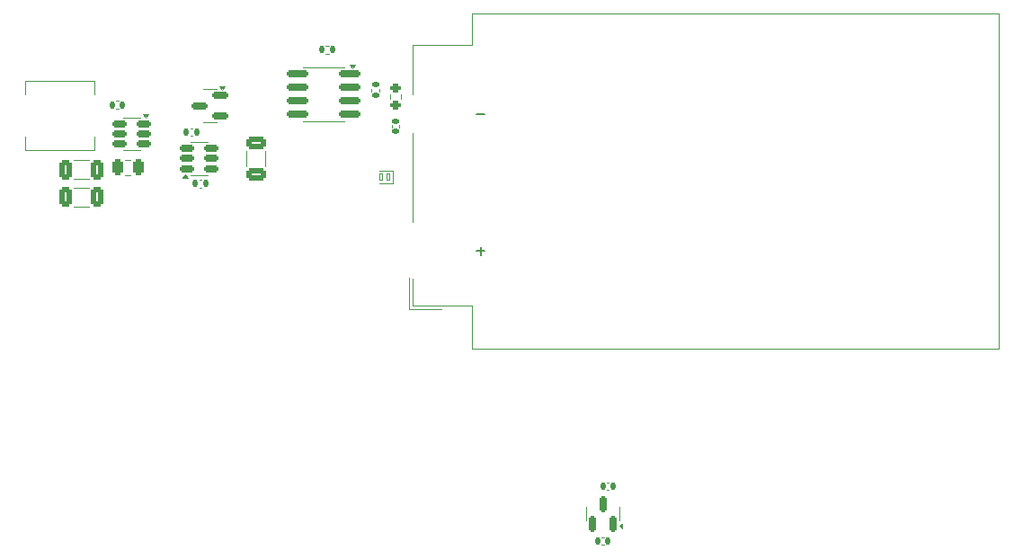
<source format=gbr>
%TF.GenerationSoftware,KiCad,Pcbnew,8.0.5*%
%TF.CreationDate,2025-03-17T23:34:24-04:00*%
%TF.ProjectId,Remote_Controller,52656d6f-7465-45f4-936f-6e74726f6c6c,rev?*%
%TF.SameCoordinates,Original*%
%TF.FileFunction,Legend,Bot*%
%TF.FilePolarity,Positive*%
%FSLAX46Y46*%
G04 Gerber Fmt 4.6, Leading zero omitted, Abs format (unit mm)*
G04 Created by KiCad (PCBNEW 8.0.5) date 2025-03-17 23:34:24*
%MOMM*%
%LPD*%
G01*
G04 APERTURE LIST*
G04 Aperture macros list*
%AMRoundRect*
0 Rectangle with rounded corners*
0 $1 Rounding radius*
0 $2 $3 $4 $5 $6 $7 $8 $9 X,Y pos of 4 corners*
0 Add a 4 corners polygon primitive as box body*
4,1,4,$2,$3,$4,$5,$6,$7,$8,$9,$2,$3,0*
0 Add four circle primitives for the rounded corners*
1,1,$1+$1,$2,$3*
1,1,$1+$1,$4,$5*
1,1,$1+$1,$6,$7*
1,1,$1+$1,$8,$9*
0 Add four rect primitives between the rounded corners*
20,1,$1+$1,$2,$3,$4,$5,0*
20,1,$1+$1,$4,$5,$6,$7,0*
20,1,$1+$1,$6,$7,$8,$9,0*
20,1,$1+$1,$8,$9,$2,$3,0*%
G04 Aperture macros list end*
%ADD10C,0.150000*%
%ADD11C,0.120000*%
%ADD12C,2.000000*%
%ADD13C,1.982000*%
%ADD14C,2.490000*%
%ADD15C,0.900000*%
%ADD16R,1.100000X1.300000*%
%ADD17O,1.100000X1.300000*%
%ADD18O,2.700000X1.500000*%
%ADD19C,0.650000*%
%ADD20O,1.000000X2.100000*%
%ADD21O,1.000000X1.800000*%
%ADD22RoundRect,0.140000X-0.140000X-0.170000X0.140000X-0.170000X0.140000X0.170000X-0.140000X0.170000X0*%
%ADD23RoundRect,0.050000X0.150000X0.300000X-0.150000X0.300000X-0.150000X-0.300000X0.150000X-0.300000X0*%
%ADD24RoundRect,0.250000X-0.325000X-0.650000X0.325000X-0.650000X0.325000X0.650000X-0.325000X0.650000X0*%
%ADD25RoundRect,0.135000X-0.135000X-0.185000X0.135000X-0.185000X0.135000X0.185000X-0.135000X0.185000X0*%
%ADD26RoundRect,0.150000X0.825000X0.150000X-0.825000X0.150000X-0.825000X-0.150000X0.825000X-0.150000X0*%
%ADD27RoundRect,0.150000X0.587500X0.150000X-0.587500X0.150000X-0.587500X-0.150000X0.587500X-0.150000X0*%
%ADD28C,2.300000*%
%ADD29R,2.410000X4.020000*%
%ADD30O,2.410000X4.020000*%
%ADD31R,2.413000X3.429000*%
%ADD32RoundRect,0.250000X-0.650000X0.325000X-0.650000X-0.325000X0.650000X-0.325000X0.650000X0.325000X0*%
%ADD33RoundRect,0.250000X0.250000X0.475000X-0.250000X0.475000X-0.250000X-0.475000X0.250000X-0.475000X0*%
%ADD34RoundRect,0.140000X0.140000X0.170000X-0.140000X0.170000X-0.140000X-0.170000X0.140000X-0.170000X0*%
%ADD35RoundRect,0.140000X-0.170000X0.140000X-0.170000X-0.140000X0.170000X-0.140000X0.170000X0.140000X0*%
%ADD36RoundRect,0.150000X0.150000X-0.587500X0.150000X0.587500X-0.150000X0.587500X-0.150000X-0.587500X0*%
%ADD37RoundRect,0.200000X-0.275000X0.200000X-0.275000X-0.200000X0.275000X-0.200000X0.275000X0.200000X0*%
%ADD38RoundRect,0.135000X0.185000X-0.135000X0.185000X0.135000X-0.185000X0.135000X-0.185000X-0.135000X0*%
%ADD39RoundRect,0.150000X0.512500X0.150000X-0.512500X0.150000X-0.512500X-0.150000X0.512500X-0.150000X0*%
%ADD40RoundRect,0.150000X-0.512500X-0.150000X0.512500X-0.150000X0.512500X0.150000X-0.512500X0.150000X0*%
G04 APERTURE END LIST*
D10*
X120178683Y-76558866D02*
X119416779Y-76558866D01*
X119797731Y-76939819D02*
X119797731Y-76177914D01*
X120178683Y-63678866D02*
X119416779Y-63678866D01*
D11*
%TO.C,C101*%
X85668836Y-62420000D02*
X85453164Y-62420000D01*
X85668836Y-63140000D02*
X85453164Y-63140000D01*
%TO.C,C110*%
X131427836Y-103540000D02*
X131212164Y-103540000D01*
X131427836Y-104260000D02*
X131212164Y-104260000D01*
%TO.C,D101*%
X110250000Y-68990000D02*
X111560000Y-68990000D01*
X110250000Y-70210000D02*
X111560000Y-70210000D01*
X111560000Y-70210000D02*
X111560000Y-68990000D01*
%TO.C,C104*%
X82897252Y-70570000D02*
X81474748Y-70570000D01*
X82897252Y-72390000D02*
X81474748Y-72390000D01*
%TO.C,R102*%
X105478641Y-57220000D02*
X105171359Y-57220000D01*
X105478641Y-57980000D02*
X105171359Y-57980000D01*
%TO.C,C105*%
X82897252Y-67970000D02*
X81474748Y-67970000D01*
X82897252Y-69790000D02*
X81474748Y-69790000D01*
%TO.C,Q101*%
X103050000Y-59240000D02*
X105000000Y-59240000D01*
X103050000Y-64360000D02*
X105000000Y-64360000D01*
X106950000Y-59240000D02*
X105000000Y-59240000D01*
X106950000Y-64360000D02*
X105000000Y-64360000D01*
X107700000Y-59335000D02*
X107460000Y-59005000D01*
X107940000Y-59005000D01*
X107700000Y-59335000D01*
G36*
X107700000Y-59335000D02*
G01*
X107460000Y-59005000D01*
X107940000Y-59005000D01*
X107700000Y-59335000D01*
G37*
%TO.C,Q102*%
X93650000Y-61315000D02*
X94300000Y-61315000D01*
X93650000Y-64435000D02*
X94300000Y-64435000D01*
X94950000Y-61315000D02*
X94300000Y-61315000D01*
X94950000Y-64435000D02*
X94300000Y-64435000D01*
X95462500Y-61365000D02*
X95222500Y-61035000D01*
X95702500Y-61035000D01*
X95462500Y-61365000D01*
G36*
X95462500Y-61365000D02*
G01*
X95222500Y-61035000D01*
X95702500Y-61035000D01*
X95462500Y-61365000D01*
G37*
%TO.C,C109*%
X131887836Y-98340000D02*
X131672164Y-98340000D01*
X131887836Y-99060000D02*
X131672164Y-99060000D01*
%TO.C,BT101*%
X113080000Y-79035000D02*
X113080000Y-82035000D01*
X113420000Y-57105000D02*
X119020000Y-57105000D01*
X113420000Y-61785000D02*
X113420000Y-57105000D01*
X113420000Y-65485000D02*
X113420000Y-73835000D01*
X113420000Y-79135000D02*
X113420000Y-81695000D01*
X113420000Y-81695000D02*
X119020000Y-81695000D01*
X116080000Y-82035000D02*
X113080000Y-82035000D01*
X119020000Y-54205000D02*
X168580000Y-54205000D01*
X119020000Y-57105000D02*
X119020000Y-54205000D01*
X119020000Y-81695000D02*
X119020000Y-85795000D01*
X119020000Y-85795000D02*
X168580000Y-85795000D01*
X168580000Y-85795000D02*
X168580000Y-54205000D01*
%TO.C,L101*%
X76886000Y-60505000D02*
X83436000Y-60505000D01*
X76886000Y-61765500D02*
X76886000Y-60505000D01*
X76886000Y-65794500D02*
X76886000Y-67055000D01*
X76886000Y-67055000D02*
X83436000Y-67055000D01*
X83436000Y-60505000D02*
X83436000Y-61765500D01*
X83436000Y-67055000D02*
X83436000Y-65794500D01*
%TO.C,C107*%
X97715000Y-68561252D02*
X97715000Y-67138748D01*
X99535000Y-68561252D02*
X99535000Y-67138748D01*
%TO.C,C103*%
X86324748Y-67945000D02*
X86847252Y-67945000D01*
X86324748Y-69415000D02*
X86847252Y-69415000D01*
%TO.C,C106*%
X92442164Y-65015000D02*
X92657836Y-65015000D01*
X92442164Y-65735000D02*
X92657836Y-65735000D01*
%TO.C,C102*%
X111440000Y-64907836D02*
X111440000Y-64692164D01*
X112160000Y-64907836D02*
X112160000Y-64692164D01*
%TO.C,U103*%
X129755000Y-100670000D02*
X129755000Y-101320000D01*
X129755000Y-101970000D02*
X129755000Y-101320000D01*
X132875000Y-100670000D02*
X132875000Y-101320000D01*
X132875000Y-101970000D02*
X132875000Y-101320000D01*
X133155000Y-102722500D02*
X132825000Y-102482500D01*
X133155000Y-102242500D01*
X133155000Y-102722500D01*
G36*
X133155000Y-102722500D02*
G01*
X132825000Y-102482500D01*
X133155000Y-102242500D01*
X133155000Y-102722500D01*
G37*
%TO.C,R103*%
X111277500Y-62237258D02*
X111277500Y-61762742D01*
X112322500Y-62237258D02*
X112322500Y-61762742D01*
%TO.C,C108*%
X93292164Y-69865000D02*
X93507836Y-69865000D01*
X93292164Y-70585000D02*
X93507836Y-70585000D01*
%TO.C,R101*%
X109520000Y-61256359D02*
X109520000Y-61563641D01*
X110280000Y-61256359D02*
X110280000Y-61563641D01*
%TO.C,U101*%
X86123500Y-63970000D02*
X86923500Y-63970000D01*
X86123500Y-67090000D02*
X86923500Y-67090000D01*
X87723500Y-63970000D02*
X86923500Y-63970000D01*
X87723500Y-67090000D02*
X86923500Y-67090000D01*
X88223500Y-64020000D02*
X87983500Y-63690000D01*
X88463500Y-63690000D01*
X88223500Y-64020000D01*
G36*
X88223500Y-64020000D02*
G01*
X87983500Y-63690000D01*
X88463500Y-63690000D01*
X88223500Y-64020000D01*
G37*
%TO.C,U102*%
X92450000Y-66290000D02*
X93250000Y-66290000D01*
X92450000Y-69410000D02*
X93250000Y-69410000D01*
X94050000Y-66290000D02*
X93250000Y-66290000D01*
X94050000Y-69410000D02*
X93250000Y-69410000D01*
X92190000Y-69690000D02*
X91710000Y-69690000D01*
X91950000Y-69360000D01*
X92190000Y-69690000D01*
G36*
X92190000Y-69690000D02*
G01*
X91710000Y-69690000D01*
X91950000Y-69360000D01*
X92190000Y-69690000D01*
G37*
%TD*%
%LPC*%
D12*
%TO.C,H4*%
X213000000Y-117000000D03*
%TD*%
%TO.C,H3*%
X69000000Y-117000000D03*
%TD*%
%TO.C,H2*%
X98000000Y-50000000D03*
%TD*%
%TO.C,H1*%
X184000000Y-50000000D03*
%TD*%
%TO.C,SW304*%
X196000000Y-81500000D03*
X196000000Y-90500000D03*
%TD*%
%TO.C,SW307*%
X101000000Y-66500000D03*
X101000000Y-75500000D03*
%TD*%
%TO.C,SW303*%
X211000000Y-66500000D03*
X211000000Y-75500000D03*
%TD*%
D13*
%TO.C,JS302*%
X177825000Y-96300000D03*
X184175000Y-96300000D03*
X177825000Y-101380000D03*
X184175000Y-101380000D03*
X178460000Y-119160000D03*
X181000000Y-119160000D03*
X183540000Y-119160000D03*
D14*
X173380000Y-102332500D03*
X173380000Y-115667500D03*
X188620000Y-115667500D03*
X188620000Y-102332500D03*
D13*
X170840000Y-106460000D03*
X170840000Y-109000000D03*
X170840000Y-111540000D03*
%TD*%
D15*
%TO.C,U301*%
X120900000Y-84132500D03*
X120900000Y-107232500D03*
X161100000Y-84132500D03*
X161100000Y-107232500D03*
D16*
X129000000Y-107082500D03*
D17*
X130500000Y-107082500D03*
X132000000Y-107082500D03*
X133500000Y-107082500D03*
X135000000Y-107082500D03*
X136500000Y-107082500D03*
X138000000Y-107082500D03*
X139500000Y-107082500D03*
X141000000Y-107082500D03*
X142500000Y-107082500D03*
X144000000Y-107082500D03*
X145500000Y-107082500D03*
X147000000Y-107082500D03*
X148500000Y-107082500D03*
X150000000Y-107082500D03*
X151500000Y-107082500D03*
X153000000Y-107082500D03*
D18*
X123700000Y-105282500D03*
X158300000Y-105282500D03*
%TD*%
D19*
%TO.C,J201*%
X138090000Y-118500000D03*
X143870000Y-118500000D03*
D20*
X136660000Y-118000000D03*
D21*
X136660000Y-122180000D03*
D20*
X145300000Y-118000000D03*
D21*
X145300000Y-122180000D03*
%TD*%
D12*
%TO.C,SW101*%
X141000000Y-77800000D03*
X141000000Y-68800000D03*
%TD*%
D13*
%TO.C,JS301*%
X97825000Y-96300000D03*
X104175000Y-96300000D03*
X97825000Y-101380000D03*
X104175000Y-101380000D03*
X98460000Y-119160000D03*
X101000000Y-119160000D03*
X103540000Y-119160000D03*
D14*
X93380000Y-102332500D03*
X93380000Y-115667500D03*
X108620000Y-115667500D03*
X108620000Y-102332500D03*
D13*
X90840000Y-106460000D03*
X90840000Y-109000000D03*
X90840000Y-111540000D03*
%TD*%
D12*
%TO.C,SW306*%
X71000000Y-66500000D03*
X71000000Y-75500000D03*
%TD*%
%TO.C,SW302*%
X181000000Y-66500000D03*
X181000000Y-75500000D03*
%TD*%
%TO.C,SW305*%
X86000000Y-52000000D03*
X86000000Y-61000000D03*
%TD*%
%TO.C,SW301*%
X196000000Y-52000000D03*
X196000000Y-61000000D03*
%TD*%
%TO.C,SW308*%
X86000000Y-81500000D03*
X86000000Y-90500000D03*
%TD*%
D22*
%TO.C,C101*%
X85081000Y-62780000D03*
X86041000Y-62780000D03*
%TD*%
%TO.C,C110*%
X130840000Y-103900000D03*
X131800000Y-103900000D03*
%TD*%
D23*
%TO.C,D101*%
X111100000Y-69600000D03*
X110400000Y-69600000D03*
%TD*%
D24*
%TO.C,C104*%
X80711000Y-71480000D03*
X83661000Y-71480000D03*
%TD*%
D25*
%TO.C,R102*%
X104815000Y-57600000D03*
X105835000Y-57600000D03*
%TD*%
D24*
%TO.C,C105*%
X80711000Y-68880000D03*
X83661000Y-68880000D03*
%TD*%
D26*
%TO.C,Q101*%
X107475000Y-59895000D03*
X107475000Y-61165000D03*
X107475000Y-62435000D03*
X107475000Y-63705000D03*
X102525000Y-63705000D03*
X102525000Y-62435000D03*
X102525000Y-61165000D03*
X102525000Y-59895000D03*
%TD*%
D27*
%TO.C,Q102*%
X95237500Y-61925000D03*
X95237500Y-63825000D03*
X93362500Y-62875000D03*
%TD*%
D22*
%TO.C,C109*%
X131300000Y-98700000D03*
X132260000Y-98700000D03*
%TD*%
D28*
%TO.C,BT101*%
X127770000Y-58865000D03*
X141260000Y-81215000D03*
X154740000Y-58865000D03*
D29*
X115480000Y-76485000D03*
D30*
X115480000Y-63605000D03*
%TD*%
D31*
%TO.C,L101*%
X83082000Y-63780000D03*
X77240000Y-63780000D03*
%TD*%
D32*
%TO.C,C107*%
X98625000Y-66375000D03*
X98625000Y-69325000D03*
%TD*%
D33*
%TO.C,C103*%
X87536000Y-68680000D03*
X85636000Y-68680000D03*
%TD*%
D34*
%TO.C,C106*%
X93030000Y-65375000D03*
X92070000Y-65375000D03*
%TD*%
D35*
%TO.C,C102*%
X111800000Y-64320000D03*
X111800000Y-65280000D03*
%TD*%
D36*
%TO.C,U103*%
X132265000Y-102257500D03*
X130365000Y-102257500D03*
X131315000Y-100382500D03*
%TD*%
D37*
%TO.C,R103*%
X111800000Y-61175000D03*
X111800000Y-62825000D03*
%TD*%
D34*
%TO.C,C108*%
X93880000Y-70225000D03*
X92920000Y-70225000D03*
%TD*%
D38*
%TO.C,R101*%
X109900000Y-61920000D03*
X109900000Y-60900000D03*
%TD*%
D39*
%TO.C,U101*%
X88061000Y-64580000D03*
X88061000Y-65530000D03*
X88061000Y-66480000D03*
X85786000Y-66480000D03*
X85786000Y-65530000D03*
X85786000Y-64580000D03*
%TD*%
D40*
%TO.C,U102*%
X92112500Y-68800000D03*
X92112500Y-67850000D03*
X92112500Y-66900000D03*
X94387500Y-66900000D03*
X94387500Y-67850000D03*
X94387500Y-68800000D03*
%TD*%
%LPD*%
M02*

</source>
